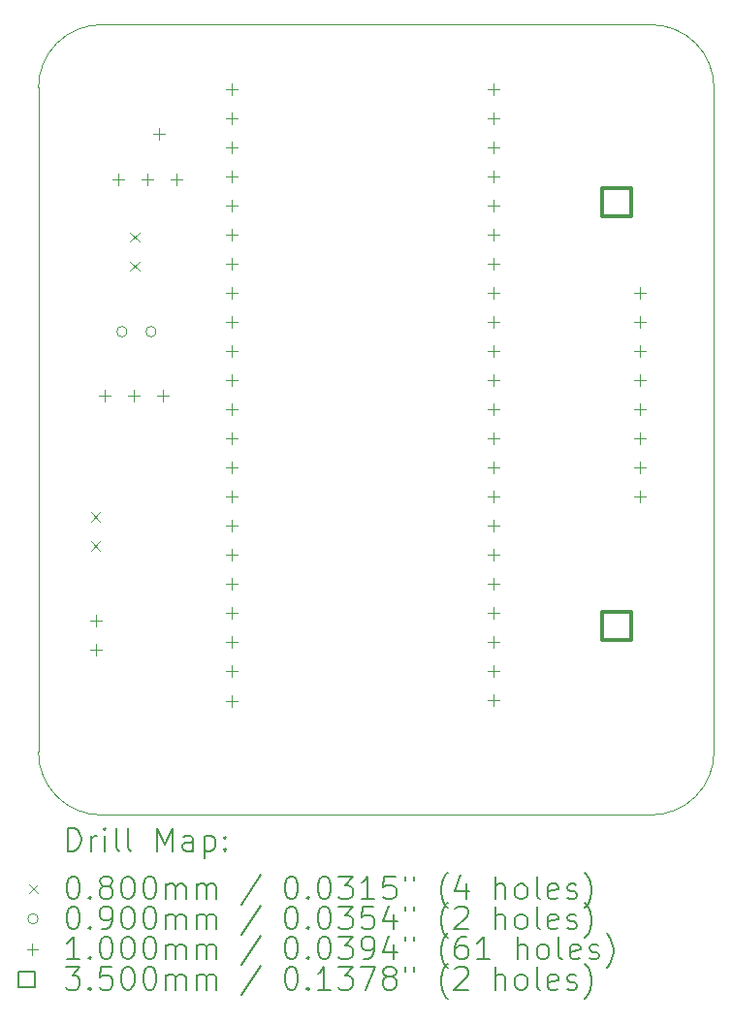
<source format=gbr>
%TF.GenerationSoftware,KiCad,Pcbnew,8.0.5-8.0.5-0~ubuntu22.04.1*%
%TF.CreationDate,2024-09-10T12:38:14+10:00*%
%TF.ProjectId,Fire_Sytem_10,46697265-5f53-4797-9465-6d5f31302e6b,rev?*%
%TF.SameCoordinates,Original*%
%TF.FileFunction,Drillmap*%
%TF.FilePolarity,Positive*%
%FSLAX45Y45*%
G04 Gerber Fmt 4.5, Leading zero omitted, Abs format (unit mm)*
G04 Created by KiCad (PCBNEW 8.0.5-8.0.5-0~ubuntu22.04.1) date 2024-09-10 12:38:14*
%MOMM*%
%LPD*%
G01*
G04 APERTURE LIST*
%ADD10C,0.050000*%
%ADD11C,0.200000*%
%ADD12C,0.100000*%
%ADD13C,0.350000*%
G04 APERTURE END LIST*
D10*
X15500000Y-6950000D02*
X15800000Y-6950000D01*
X16350000Y-13300000D02*
G75*
G02*
X15800000Y-13850000I-550000J0D01*
G01*
X11000000Y-13850000D02*
G75*
G02*
X10450000Y-13300000I0J550000D01*
G01*
X16350000Y-7500000D02*
X16350000Y-13300000D01*
X10450000Y-7500000D02*
X10450000Y-13300000D01*
X15800000Y-13850000D02*
X11000000Y-13850000D01*
X10450000Y-7500000D02*
G75*
G02*
X11000000Y-6950000I550000J0D01*
G01*
X11000000Y-6950000D02*
X15500000Y-6950000D01*
X15800000Y-6950000D02*
G75*
G02*
X16350000Y-7500000I0J-550000D01*
G01*
D11*
D12*
X10910000Y-11206000D02*
X10990000Y-11286000D01*
X10990000Y-11206000D02*
X10910000Y-11286000D01*
X10910000Y-11460000D02*
X10990000Y-11540000D01*
X10990000Y-11460000D02*
X10910000Y-11540000D01*
X11250000Y-8765500D02*
X11330000Y-8845500D01*
X11330000Y-8765500D02*
X11250000Y-8845500D01*
X11250000Y-9019500D02*
X11330000Y-9099500D01*
X11330000Y-9019500D02*
X11250000Y-9099500D01*
X11225000Y-9630000D02*
G75*
G02*
X11135000Y-9630000I-45000J0D01*
G01*
X11135000Y-9630000D02*
G75*
G02*
X11225000Y-9630000I45000J0D01*
G01*
X11479000Y-9630000D02*
G75*
G02*
X11389000Y-9630000I-45000J0D01*
G01*
X11389000Y-9630000D02*
G75*
G02*
X11479000Y-9630000I45000J0D01*
G01*
X10950000Y-12100000D02*
X10950000Y-12200000D01*
X10900000Y-12150000D02*
X11000000Y-12150000D01*
X10950000Y-12354000D02*
X10950000Y-12454000D01*
X10900000Y-12404000D02*
X11000000Y-12404000D01*
X11026000Y-10140000D02*
X11026000Y-10240000D01*
X10976000Y-10190000D02*
X11076000Y-10190000D01*
X11146000Y-8250000D02*
X11146000Y-8350000D01*
X11096000Y-8300000D02*
X11196000Y-8300000D01*
X11280000Y-10140000D02*
X11280000Y-10240000D01*
X11230000Y-10190000D02*
X11330000Y-10190000D01*
X11400000Y-8250000D02*
X11400000Y-8350000D01*
X11350000Y-8300000D02*
X11450000Y-8300000D01*
X11500000Y-7850000D02*
X11500000Y-7950000D01*
X11450000Y-7900000D02*
X11550000Y-7900000D01*
X11534000Y-10140000D02*
X11534000Y-10240000D01*
X11484000Y-10190000D02*
X11584000Y-10190000D01*
X11654000Y-8250000D02*
X11654000Y-8350000D01*
X11604000Y-8300000D02*
X11704000Y-8300000D01*
X12138000Y-12544000D02*
X12138000Y-12644000D01*
X12088000Y-12594000D02*
X12188000Y-12594000D01*
X12139000Y-7464000D02*
X12139000Y-7564000D01*
X12089000Y-7514000D02*
X12189000Y-7514000D01*
X12139000Y-7718000D02*
X12139000Y-7818000D01*
X12089000Y-7768000D02*
X12189000Y-7768000D01*
X12139000Y-7972000D02*
X12139000Y-8072000D01*
X12089000Y-8022000D02*
X12189000Y-8022000D01*
X12139000Y-8226000D02*
X12139000Y-8326000D01*
X12089000Y-8276000D02*
X12189000Y-8276000D01*
X12139000Y-8480000D02*
X12139000Y-8580000D01*
X12089000Y-8530000D02*
X12189000Y-8530000D01*
X12139000Y-8734000D02*
X12139000Y-8834000D01*
X12089000Y-8784000D02*
X12189000Y-8784000D01*
X12139000Y-8988000D02*
X12139000Y-9088000D01*
X12089000Y-9038000D02*
X12189000Y-9038000D01*
X12139000Y-9242000D02*
X12139000Y-9342000D01*
X12089000Y-9292000D02*
X12189000Y-9292000D01*
X12139000Y-9496000D02*
X12139000Y-9596000D01*
X12089000Y-9546000D02*
X12189000Y-9546000D01*
X12139000Y-9750000D02*
X12139000Y-9850000D01*
X12089000Y-9800000D02*
X12189000Y-9800000D01*
X12139000Y-10004000D02*
X12139000Y-10104000D01*
X12089000Y-10054000D02*
X12189000Y-10054000D01*
X12139000Y-10258000D02*
X12139000Y-10358000D01*
X12089000Y-10308000D02*
X12189000Y-10308000D01*
X12139000Y-10512000D02*
X12139000Y-10612000D01*
X12089000Y-10562000D02*
X12189000Y-10562000D01*
X12139000Y-10766000D02*
X12139000Y-10866000D01*
X12089000Y-10816000D02*
X12189000Y-10816000D01*
X12139000Y-11020000D02*
X12139000Y-11120000D01*
X12089000Y-11070000D02*
X12189000Y-11070000D01*
X12139000Y-11274000D02*
X12139000Y-11374000D01*
X12089000Y-11324000D02*
X12189000Y-11324000D01*
X12139000Y-11528000D02*
X12139000Y-11628000D01*
X12089000Y-11578000D02*
X12189000Y-11578000D01*
X12139000Y-11782000D02*
X12139000Y-11882000D01*
X12089000Y-11832000D02*
X12189000Y-11832000D01*
X12139000Y-12036000D02*
X12139000Y-12136000D01*
X12089000Y-12086000D02*
X12189000Y-12086000D01*
X12139000Y-12290000D02*
X12139000Y-12390000D01*
X12089000Y-12340000D02*
X12189000Y-12340000D01*
X12139000Y-12804000D02*
X12139000Y-12904000D01*
X12089000Y-12854000D02*
X12189000Y-12854000D01*
X14425000Y-7464000D02*
X14425000Y-7564000D01*
X14375000Y-7514000D02*
X14475000Y-7514000D01*
X14425000Y-7718000D02*
X14425000Y-7818000D01*
X14375000Y-7768000D02*
X14475000Y-7768000D01*
X14425000Y-7972000D02*
X14425000Y-8072000D01*
X14375000Y-8022000D02*
X14475000Y-8022000D01*
X14425000Y-8226000D02*
X14425000Y-8326000D01*
X14375000Y-8276000D02*
X14475000Y-8276000D01*
X14425000Y-8480000D02*
X14425000Y-8580000D01*
X14375000Y-8530000D02*
X14475000Y-8530000D01*
X14425000Y-8734000D02*
X14425000Y-8834000D01*
X14375000Y-8784000D02*
X14475000Y-8784000D01*
X14425000Y-8988000D02*
X14425000Y-9088000D01*
X14375000Y-9038000D02*
X14475000Y-9038000D01*
X14425000Y-9242000D02*
X14425000Y-9342000D01*
X14375000Y-9292000D02*
X14475000Y-9292000D01*
X14425000Y-9496000D02*
X14425000Y-9596000D01*
X14375000Y-9546000D02*
X14475000Y-9546000D01*
X14425000Y-9750000D02*
X14425000Y-9850000D01*
X14375000Y-9800000D02*
X14475000Y-9800000D01*
X14425000Y-10004000D02*
X14425000Y-10104000D01*
X14375000Y-10054000D02*
X14475000Y-10054000D01*
X14425000Y-10258000D02*
X14425000Y-10358000D01*
X14375000Y-10308000D02*
X14475000Y-10308000D01*
X14425000Y-10512000D02*
X14425000Y-10612000D01*
X14375000Y-10562000D02*
X14475000Y-10562000D01*
X14425000Y-10766000D02*
X14425000Y-10866000D01*
X14375000Y-10816000D02*
X14475000Y-10816000D01*
X14425000Y-11020000D02*
X14425000Y-11120000D01*
X14375000Y-11070000D02*
X14475000Y-11070000D01*
X14425000Y-11274000D02*
X14425000Y-11374000D01*
X14375000Y-11324000D02*
X14475000Y-11324000D01*
X14425000Y-11528000D02*
X14425000Y-11628000D01*
X14375000Y-11578000D02*
X14475000Y-11578000D01*
X14425000Y-11782000D02*
X14425000Y-11882000D01*
X14375000Y-11832000D02*
X14475000Y-11832000D01*
X14425000Y-12036000D02*
X14425000Y-12136000D01*
X14375000Y-12086000D02*
X14475000Y-12086000D01*
X14425000Y-12290000D02*
X14425000Y-12390000D01*
X14375000Y-12340000D02*
X14475000Y-12340000D01*
X14425000Y-12544000D02*
X14425000Y-12644000D01*
X14375000Y-12594000D02*
X14475000Y-12594000D01*
X14425000Y-12798000D02*
X14425000Y-12898000D01*
X14375000Y-12848000D02*
X14475000Y-12848000D01*
X15700000Y-9238000D02*
X15700000Y-9338000D01*
X15650000Y-9288000D02*
X15750000Y-9288000D01*
X15700000Y-9492000D02*
X15700000Y-9592000D01*
X15650000Y-9542000D02*
X15750000Y-9542000D01*
X15700000Y-9746000D02*
X15700000Y-9846000D01*
X15650000Y-9796000D02*
X15750000Y-9796000D01*
X15700000Y-10000000D02*
X15700000Y-10100000D01*
X15650000Y-10050000D02*
X15750000Y-10050000D01*
X15700000Y-10254000D02*
X15700000Y-10354000D01*
X15650000Y-10304000D02*
X15750000Y-10304000D01*
X15700000Y-10508000D02*
X15700000Y-10608000D01*
X15650000Y-10558000D02*
X15750000Y-10558000D01*
X15700000Y-10762000D02*
X15700000Y-10862000D01*
X15650000Y-10812000D02*
X15750000Y-10812000D01*
X15700000Y-11016000D02*
X15700000Y-11116000D01*
X15650000Y-11066000D02*
X15750000Y-11066000D01*
D13*
X15623745Y-8623745D02*
X15623745Y-8376255D01*
X15376255Y-8376255D01*
X15376255Y-8623745D01*
X15623745Y-8623745D01*
X15623745Y-12323745D02*
X15623745Y-12076255D01*
X15376255Y-12076255D01*
X15376255Y-12323745D01*
X15623745Y-12323745D01*
D11*
X10708277Y-14163984D02*
X10708277Y-13963984D01*
X10708277Y-13963984D02*
X10755896Y-13963984D01*
X10755896Y-13963984D02*
X10784467Y-13973508D01*
X10784467Y-13973508D02*
X10803515Y-13992555D01*
X10803515Y-13992555D02*
X10813039Y-14011603D01*
X10813039Y-14011603D02*
X10822563Y-14049698D01*
X10822563Y-14049698D02*
X10822563Y-14078269D01*
X10822563Y-14078269D02*
X10813039Y-14116365D01*
X10813039Y-14116365D02*
X10803515Y-14135412D01*
X10803515Y-14135412D02*
X10784467Y-14154460D01*
X10784467Y-14154460D02*
X10755896Y-14163984D01*
X10755896Y-14163984D02*
X10708277Y-14163984D01*
X10908277Y-14163984D02*
X10908277Y-14030650D01*
X10908277Y-14068746D02*
X10917801Y-14049698D01*
X10917801Y-14049698D02*
X10927324Y-14040174D01*
X10927324Y-14040174D02*
X10946372Y-14030650D01*
X10946372Y-14030650D02*
X10965420Y-14030650D01*
X11032086Y-14163984D02*
X11032086Y-14030650D01*
X11032086Y-13963984D02*
X11022563Y-13973508D01*
X11022563Y-13973508D02*
X11032086Y-13983031D01*
X11032086Y-13983031D02*
X11041610Y-13973508D01*
X11041610Y-13973508D02*
X11032086Y-13963984D01*
X11032086Y-13963984D02*
X11032086Y-13983031D01*
X11155896Y-14163984D02*
X11136848Y-14154460D01*
X11136848Y-14154460D02*
X11127324Y-14135412D01*
X11127324Y-14135412D02*
X11127324Y-13963984D01*
X11260658Y-14163984D02*
X11241610Y-14154460D01*
X11241610Y-14154460D02*
X11232086Y-14135412D01*
X11232086Y-14135412D02*
X11232086Y-13963984D01*
X11489229Y-14163984D02*
X11489229Y-13963984D01*
X11489229Y-13963984D02*
X11555896Y-14106841D01*
X11555896Y-14106841D02*
X11622562Y-13963984D01*
X11622562Y-13963984D02*
X11622562Y-14163984D01*
X11803515Y-14163984D02*
X11803515Y-14059222D01*
X11803515Y-14059222D02*
X11793991Y-14040174D01*
X11793991Y-14040174D02*
X11774943Y-14030650D01*
X11774943Y-14030650D02*
X11736848Y-14030650D01*
X11736848Y-14030650D02*
X11717801Y-14040174D01*
X11803515Y-14154460D02*
X11784467Y-14163984D01*
X11784467Y-14163984D02*
X11736848Y-14163984D01*
X11736848Y-14163984D02*
X11717801Y-14154460D01*
X11717801Y-14154460D02*
X11708277Y-14135412D01*
X11708277Y-14135412D02*
X11708277Y-14116365D01*
X11708277Y-14116365D02*
X11717801Y-14097317D01*
X11717801Y-14097317D02*
X11736848Y-14087793D01*
X11736848Y-14087793D02*
X11784467Y-14087793D01*
X11784467Y-14087793D02*
X11803515Y-14078269D01*
X11898753Y-14030650D02*
X11898753Y-14230650D01*
X11898753Y-14040174D02*
X11917801Y-14030650D01*
X11917801Y-14030650D02*
X11955896Y-14030650D01*
X11955896Y-14030650D02*
X11974943Y-14040174D01*
X11974943Y-14040174D02*
X11984467Y-14049698D01*
X11984467Y-14049698D02*
X11993991Y-14068746D01*
X11993991Y-14068746D02*
X11993991Y-14125888D01*
X11993991Y-14125888D02*
X11984467Y-14144936D01*
X11984467Y-14144936D02*
X11974943Y-14154460D01*
X11974943Y-14154460D02*
X11955896Y-14163984D01*
X11955896Y-14163984D02*
X11917801Y-14163984D01*
X11917801Y-14163984D02*
X11898753Y-14154460D01*
X12079705Y-14144936D02*
X12089229Y-14154460D01*
X12089229Y-14154460D02*
X12079705Y-14163984D01*
X12079705Y-14163984D02*
X12070182Y-14154460D01*
X12070182Y-14154460D02*
X12079705Y-14144936D01*
X12079705Y-14144936D02*
X12079705Y-14163984D01*
X12079705Y-14040174D02*
X12089229Y-14049698D01*
X12089229Y-14049698D02*
X12079705Y-14059222D01*
X12079705Y-14059222D02*
X12070182Y-14049698D01*
X12070182Y-14049698D02*
X12079705Y-14040174D01*
X12079705Y-14040174D02*
X12079705Y-14059222D01*
D12*
X10367500Y-14452500D02*
X10447500Y-14532500D01*
X10447500Y-14452500D02*
X10367500Y-14532500D01*
D11*
X10746372Y-14383984D02*
X10765420Y-14383984D01*
X10765420Y-14383984D02*
X10784467Y-14393508D01*
X10784467Y-14393508D02*
X10793991Y-14403031D01*
X10793991Y-14403031D02*
X10803515Y-14422079D01*
X10803515Y-14422079D02*
X10813039Y-14460174D01*
X10813039Y-14460174D02*
X10813039Y-14507793D01*
X10813039Y-14507793D02*
X10803515Y-14545888D01*
X10803515Y-14545888D02*
X10793991Y-14564936D01*
X10793991Y-14564936D02*
X10784467Y-14574460D01*
X10784467Y-14574460D02*
X10765420Y-14583984D01*
X10765420Y-14583984D02*
X10746372Y-14583984D01*
X10746372Y-14583984D02*
X10727324Y-14574460D01*
X10727324Y-14574460D02*
X10717801Y-14564936D01*
X10717801Y-14564936D02*
X10708277Y-14545888D01*
X10708277Y-14545888D02*
X10698753Y-14507793D01*
X10698753Y-14507793D02*
X10698753Y-14460174D01*
X10698753Y-14460174D02*
X10708277Y-14422079D01*
X10708277Y-14422079D02*
X10717801Y-14403031D01*
X10717801Y-14403031D02*
X10727324Y-14393508D01*
X10727324Y-14393508D02*
X10746372Y-14383984D01*
X10898753Y-14564936D02*
X10908277Y-14574460D01*
X10908277Y-14574460D02*
X10898753Y-14583984D01*
X10898753Y-14583984D02*
X10889229Y-14574460D01*
X10889229Y-14574460D02*
X10898753Y-14564936D01*
X10898753Y-14564936D02*
X10898753Y-14583984D01*
X11022563Y-14469698D02*
X11003515Y-14460174D01*
X11003515Y-14460174D02*
X10993991Y-14450650D01*
X10993991Y-14450650D02*
X10984467Y-14431603D01*
X10984467Y-14431603D02*
X10984467Y-14422079D01*
X10984467Y-14422079D02*
X10993991Y-14403031D01*
X10993991Y-14403031D02*
X11003515Y-14393508D01*
X11003515Y-14393508D02*
X11022563Y-14383984D01*
X11022563Y-14383984D02*
X11060658Y-14383984D01*
X11060658Y-14383984D02*
X11079705Y-14393508D01*
X11079705Y-14393508D02*
X11089229Y-14403031D01*
X11089229Y-14403031D02*
X11098753Y-14422079D01*
X11098753Y-14422079D02*
X11098753Y-14431603D01*
X11098753Y-14431603D02*
X11089229Y-14450650D01*
X11089229Y-14450650D02*
X11079705Y-14460174D01*
X11079705Y-14460174D02*
X11060658Y-14469698D01*
X11060658Y-14469698D02*
X11022563Y-14469698D01*
X11022563Y-14469698D02*
X11003515Y-14479222D01*
X11003515Y-14479222D02*
X10993991Y-14488746D01*
X10993991Y-14488746D02*
X10984467Y-14507793D01*
X10984467Y-14507793D02*
X10984467Y-14545888D01*
X10984467Y-14545888D02*
X10993991Y-14564936D01*
X10993991Y-14564936D02*
X11003515Y-14574460D01*
X11003515Y-14574460D02*
X11022563Y-14583984D01*
X11022563Y-14583984D02*
X11060658Y-14583984D01*
X11060658Y-14583984D02*
X11079705Y-14574460D01*
X11079705Y-14574460D02*
X11089229Y-14564936D01*
X11089229Y-14564936D02*
X11098753Y-14545888D01*
X11098753Y-14545888D02*
X11098753Y-14507793D01*
X11098753Y-14507793D02*
X11089229Y-14488746D01*
X11089229Y-14488746D02*
X11079705Y-14479222D01*
X11079705Y-14479222D02*
X11060658Y-14469698D01*
X11222562Y-14383984D02*
X11241610Y-14383984D01*
X11241610Y-14383984D02*
X11260658Y-14393508D01*
X11260658Y-14393508D02*
X11270182Y-14403031D01*
X11270182Y-14403031D02*
X11279705Y-14422079D01*
X11279705Y-14422079D02*
X11289229Y-14460174D01*
X11289229Y-14460174D02*
X11289229Y-14507793D01*
X11289229Y-14507793D02*
X11279705Y-14545888D01*
X11279705Y-14545888D02*
X11270182Y-14564936D01*
X11270182Y-14564936D02*
X11260658Y-14574460D01*
X11260658Y-14574460D02*
X11241610Y-14583984D01*
X11241610Y-14583984D02*
X11222562Y-14583984D01*
X11222562Y-14583984D02*
X11203515Y-14574460D01*
X11203515Y-14574460D02*
X11193991Y-14564936D01*
X11193991Y-14564936D02*
X11184467Y-14545888D01*
X11184467Y-14545888D02*
X11174944Y-14507793D01*
X11174944Y-14507793D02*
X11174944Y-14460174D01*
X11174944Y-14460174D02*
X11184467Y-14422079D01*
X11184467Y-14422079D02*
X11193991Y-14403031D01*
X11193991Y-14403031D02*
X11203515Y-14393508D01*
X11203515Y-14393508D02*
X11222562Y-14383984D01*
X11413039Y-14383984D02*
X11432086Y-14383984D01*
X11432086Y-14383984D02*
X11451134Y-14393508D01*
X11451134Y-14393508D02*
X11460658Y-14403031D01*
X11460658Y-14403031D02*
X11470182Y-14422079D01*
X11470182Y-14422079D02*
X11479705Y-14460174D01*
X11479705Y-14460174D02*
X11479705Y-14507793D01*
X11479705Y-14507793D02*
X11470182Y-14545888D01*
X11470182Y-14545888D02*
X11460658Y-14564936D01*
X11460658Y-14564936D02*
X11451134Y-14574460D01*
X11451134Y-14574460D02*
X11432086Y-14583984D01*
X11432086Y-14583984D02*
X11413039Y-14583984D01*
X11413039Y-14583984D02*
X11393991Y-14574460D01*
X11393991Y-14574460D02*
X11384467Y-14564936D01*
X11384467Y-14564936D02*
X11374943Y-14545888D01*
X11374943Y-14545888D02*
X11365420Y-14507793D01*
X11365420Y-14507793D02*
X11365420Y-14460174D01*
X11365420Y-14460174D02*
X11374943Y-14422079D01*
X11374943Y-14422079D02*
X11384467Y-14403031D01*
X11384467Y-14403031D02*
X11393991Y-14393508D01*
X11393991Y-14393508D02*
X11413039Y-14383984D01*
X11565420Y-14583984D02*
X11565420Y-14450650D01*
X11565420Y-14469698D02*
X11574943Y-14460174D01*
X11574943Y-14460174D02*
X11593991Y-14450650D01*
X11593991Y-14450650D02*
X11622563Y-14450650D01*
X11622563Y-14450650D02*
X11641610Y-14460174D01*
X11641610Y-14460174D02*
X11651134Y-14479222D01*
X11651134Y-14479222D02*
X11651134Y-14583984D01*
X11651134Y-14479222D02*
X11660658Y-14460174D01*
X11660658Y-14460174D02*
X11679705Y-14450650D01*
X11679705Y-14450650D02*
X11708277Y-14450650D01*
X11708277Y-14450650D02*
X11727324Y-14460174D01*
X11727324Y-14460174D02*
X11736848Y-14479222D01*
X11736848Y-14479222D02*
X11736848Y-14583984D01*
X11832086Y-14583984D02*
X11832086Y-14450650D01*
X11832086Y-14469698D02*
X11841610Y-14460174D01*
X11841610Y-14460174D02*
X11860658Y-14450650D01*
X11860658Y-14450650D02*
X11889229Y-14450650D01*
X11889229Y-14450650D02*
X11908277Y-14460174D01*
X11908277Y-14460174D02*
X11917801Y-14479222D01*
X11917801Y-14479222D02*
X11917801Y-14583984D01*
X11917801Y-14479222D02*
X11927324Y-14460174D01*
X11927324Y-14460174D02*
X11946372Y-14450650D01*
X11946372Y-14450650D02*
X11974943Y-14450650D01*
X11974943Y-14450650D02*
X11993991Y-14460174D01*
X11993991Y-14460174D02*
X12003515Y-14479222D01*
X12003515Y-14479222D02*
X12003515Y-14583984D01*
X12393991Y-14374460D02*
X12222563Y-14631603D01*
X12651134Y-14383984D02*
X12670182Y-14383984D01*
X12670182Y-14383984D02*
X12689229Y-14393508D01*
X12689229Y-14393508D02*
X12698753Y-14403031D01*
X12698753Y-14403031D02*
X12708277Y-14422079D01*
X12708277Y-14422079D02*
X12717801Y-14460174D01*
X12717801Y-14460174D02*
X12717801Y-14507793D01*
X12717801Y-14507793D02*
X12708277Y-14545888D01*
X12708277Y-14545888D02*
X12698753Y-14564936D01*
X12698753Y-14564936D02*
X12689229Y-14574460D01*
X12689229Y-14574460D02*
X12670182Y-14583984D01*
X12670182Y-14583984D02*
X12651134Y-14583984D01*
X12651134Y-14583984D02*
X12632086Y-14574460D01*
X12632086Y-14574460D02*
X12622563Y-14564936D01*
X12622563Y-14564936D02*
X12613039Y-14545888D01*
X12613039Y-14545888D02*
X12603515Y-14507793D01*
X12603515Y-14507793D02*
X12603515Y-14460174D01*
X12603515Y-14460174D02*
X12613039Y-14422079D01*
X12613039Y-14422079D02*
X12622563Y-14403031D01*
X12622563Y-14403031D02*
X12632086Y-14393508D01*
X12632086Y-14393508D02*
X12651134Y-14383984D01*
X12803515Y-14564936D02*
X12813039Y-14574460D01*
X12813039Y-14574460D02*
X12803515Y-14583984D01*
X12803515Y-14583984D02*
X12793991Y-14574460D01*
X12793991Y-14574460D02*
X12803515Y-14564936D01*
X12803515Y-14564936D02*
X12803515Y-14583984D01*
X12936848Y-14383984D02*
X12955896Y-14383984D01*
X12955896Y-14383984D02*
X12974944Y-14393508D01*
X12974944Y-14393508D02*
X12984467Y-14403031D01*
X12984467Y-14403031D02*
X12993991Y-14422079D01*
X12993991Y-14422079D02*
X13003515Y-14460174D01*
X13003515Y-14460174D02*
X13003515Y-14507793D01*
X13003515Y-14507793D02*
X12993991Y-14545888D01*
X12993991Y-14545888D02*
X12984467Y-14564936D01*
X12984467Y-14564936D02*
X12974944Y-14574460D01*
X12974944Y-14574460D02*
X12955896Y-14583984D01*
X12955896Y-14583984D02*
X12936848Y-14583984D01*
X12936848Y-14583984D02*
X12917801Y-14574460D01*
X12917801Y-14574460D02*
X12908277Y-14564936D01*
X12908277Y-14564936D02*
X12898753Y-14545888D01*
X12898753Y-14545888D02*
X12889229Y-14507793D01*
X12889229Y-14507793D02*
X12889229Y-14460174D01*
X12889229Y-14460174D02*
X12898753Y-14422079D01*
X12898753Y-14422079D02*
X12908277Y-14403031D01*
X12908277Y-14403031D02*
X12917801Y-14393508D01*
X12917801Y-14393508D02*
X12936848Y-14383984D01*
X13070182Y-14383984D02*
X13193991Y-14383984D01*
X13193991Y-14383984D02*
X13127325Y-14460174D01*
X13127325Y-14460174D02*
X13155896Y-14460174D01*
X13155896Y-14460174D02*
X13174944Y-14469698D01*
X13174944Y-14469698D02*
X13184467Y-14479222D01*
X13184467Y-14479222D02*
X13193991Y-14498269D01*
X13193991Y-14498269D02*
X13193991Y-14545888D01*
X13193991Y-14545888D02*
X13184467Y-14564936D01*
X13184467Y-14564936D02*
X13174944Y-14574460D01*
X13174944Y-14574460D02*
X13155896Y-14583984D01*
X13155896Y-14583984D02*
X13098753Y-14583984D01*
X13098753Y-14583984D02*
X13079706Y-14574460D01*
X13079706Y-14574460D02*
X13070182Y-14564936D01*
X13384467Y-14583984D02*
X13270182Y-14583984D01*
X13327325Y-14583984D02*
X13327325Y-14383984D01*
X13327325Y-14383984D02*
X13308277Y-14412555D01*
X13308277Y-14412555D02*
X13289229Y-14431603D01*
X13289229Y-14431603D02*
X13270182Y-14441127D01*
X13565420Y-14383984D02*
X13470182Y-14383984D01*
X13470182Y-14383984D02*
X13460658Y-14479222D01*
X13460658Y-14479222D02*
X13470182Y-14469698D01*
X13470182Y-14469698D02*
X13489229Y-14460174D01*
X13489229Y-14460174D02*
X13536848Y-14460174D01*
X13536848Y-14460174D02*
X13555896Y-14469698D01*
X13555896Y-14469698D02*
X13565420Y-14479222D01*
X13565420Y-14479222D02*
X13574944Y-14498269D01*
X13574944Y-14498269D02*
X13574944Y-14545888D01*
X13574944Y-14545888D02*
X13565420Y-14564936D01*
X13565420Y-14564936D02*
X13555896Y-14574460D01*
X13555896Y-14574460D02*
X13536848Y-14583984D01*
X13536848Y-14583984D02*
X13489229Y-14583984D01*
X13489229Y-14583984D02*
X13470182Y-14574460D01*
X13470182Y-14574460D02*
X13460658Y-14564936D01*
X13651134Y-14383984D02*
X13651134Y-14422079D01*
X13727325Y-14383984D02*
X13727325Y-14422079D01*
X14022563Y-14660174D02*
X14013039Y-14650650D01*
X14013039Y-14650650D02*
X13993991Y-14622079D01*
X13993991Y-14622079D02*
X13984468Y-14603031D01*
X13984468Y-14603031D02*
X13974944Y-14574460D01*
X13974944Y-14574460D02*
X13965420Y-14526841D01*
X13965420Y-14526841D02*
X13965420Y-14488746D01*
X13965420Y-14488746D02*
X13974944Y-14441127D01*
X13974944Y-14441127D02*
X13984468Y-14412555D01*
X13984468Y-14412555D02*
X13993991Y-14393508D01*
X13993991Y-14393508D02*
X14013039Y-14364936D01*
X14013039Y-14364936D02*
X14022563Y-14355412D01*
X14184468Y-14450650D02*
X14184468Y-14583984D01*
X14136848Y-14374460D02*
X14089229Y-14517317D01*
X14089229Y-14517317D02*
X14213039Y-14517317D01*
X14441610Y-14583984D02*
X14441610Y-14383984D01*
X14527325Y-14583984D02*
X14527325Y-14479222D01*
X14527325Y-14479222D02*
X14517801Y-14460174D01*
X14517801Y-14460174D02*
X14498753Y-14450650D01*
X14498753Y-14450650D02*
X14470182Y-14450650D01*
X14470182Y-14450650D02*
X14451134Y-14460174D01*
X14451134Y-14460174D02*
X14441610Y-14469698D01*
X14651134Y-14583984D02*
X14632087Y-14574460D01*
X14632087Y-14574460D02*
X14622563Y-14564936D01*
X14622563Y-14564936D02*
X14613039Y-14545888D01*
X14613039Y-14545888D02*
X14613039Y-14488746D01*
X14613039Y-14488746D02*
X14622563Y-14469698D01*
X14622563Y-14469698D02*
X14632087Y-14460174D01*
X14632087Y-14460174D02*
X14651134Y-14450650D01*
X14651134Y-14450650D02*
X14679706Y-14450650D01*
X14679706Y-14450650D02*
X14698753Y-14460174D01*
X14698753Y-14460174D02*
X14708277Y-14469698D01*
X14708277Y-14469698D02*
X14717801Y-14488746D01*
X14717801Y-14488746D02*
X14717801Y-14545888D01*
X14717801Y-14545888D02*
X14708277Y-14564936D01*
X14708277Y-14564936D02*
X14698753Y-14574460D01*
X14698753Y-14574460D02*
X14679706Y-14583984D01*
X14679706Y-14583984D02*
X14651134Y-14583984D01*
X14832087Y-14583984D02*
X14813039Y-14574460D01*
X14813039Y-14574460D02*
X14803515Y-14555412D01*
X14803515Y-14555412D02*
X14803515Y-14383984D01*
X14984468Y-14574460D02*
X14965420Y-14583984D01*
X14965420Y-14583984D02*
X14927325Y-14583984D01*
X14927325Y-14583984D02*
X14908277Y-14574460D01*
X14908277Y-14574460D02*
X14898753Y-14555412D01*
X14898753Y-14555412D02*
X14898753Y-14479222D01*
X14898753Y-14479222D02*
X14908277Y-14460174D01*
X14908277Y-14460174D02*
X14927325Y-14450650D01*
X14927325Y-14450650D02*
X14965420Y-14450650D01*
X14965420Y-14450650D02*
X14984468Y-14460174D01*
X14984468Y-14460174D02*
X14993991Y-14479222D01*
X14993991Y-14479222D02*
X14993991Y-14498269D01*
X14993991Y-14498269D02*
X14898753Y-14517317D01*
X15070182Y-14574460D02*
X15089230Y-14583984D01*
X15089230Y-14583984D02*
X15127325Y-14583984D01*
X15127325Y-14583984D02*
X15146372Y-14574460D01*
X15146372Y-14574460D02*
X15155896Y-14555412D01*
X15155896Y-14555412D02*
X15155896Y-14545888D01*
X15155896Y-14545888D02*
X15146372Y-14526841D01*
X15146372Y-14526841D02*
X15127325Y-14517317D01*
X15127325Y-14517317D02*
X15098753Y-14517317D01*
X15098753Y-14517317D02*
X15079706Y-14507793D01*
X15079706Y-14507793D02*
X15070182Y-14488746D01*
X15070182Y-14488746D02*
X15070182Y-14479222D01*
X15070182Y-14479222D02*
X15079706Y-14460174D01*
X15079706Y-14460174D02*
X15098753Y-14450650D01*
X15098753Y-14450650D02*
X15127325Y-14450650D01*
X15127325Y-14450650D02*
X15146372Y-14460174D01*
X15222563Y-14660174D02*
X15232087Y-14650650D01*
X15232087Y-14650650D02*
X15251134Y-14622079D01*
X15251134Y-14622079D02*
X15260658Y-14603031D01*
X15260658Y-14603031D02*
X15270182Y-14574460D01*
X15270182Y-14574460D02*
X15279706Y-14526841D01*
X15279706Y-14526841D02*
X15279706Y-14488746D01*
X15279706Y-14488746D02*
X15270182Y-14441127D01*
X15270182Y-14441127D02*
X15260658Y-14412555D01*
X15260658Y-14412555D02*
X15251134Y-14393508D01*
X15251134Y-14393508D02*
X15232087Y-14364936D01*
X15232087Y-14364936D02*
X15222563Y-14355412D01*
D12*
X10447500Y-14756500D02*
G75*
G02*
X10357500Y-14756500I-45000J0D01*
G01*
X10357500Y-14756500D02*
G75*
G02*
X10447500Y-14756500I45000J0D01*
G01*
D11*
X10746372Y-14647984D02*
X10765420Y-14647984D01*
X10765420Y-14647984D02*
X10784467Y-14657508D01*
X10784467Y-14657508D02*
X10793991Y-14667031D01*
X10793991Y-14667031D02*
X10803515Y-14686079D01*
X10803515Y-14686079D02*
X10813039Y-14724174D01*
X10813039Y-14724174D02*
X10813039Y-14771793D01*
X10813039Y-14771793D02*
X10803515Y-14809888D01*
X10803515Y-14809888D02*
X10793991Y-14828936D01*
X10793991Y-14828936D02*
X10784467Y-14838460D01*
X10784467Y-14838460D02*
X10765420Y-14847984D01*
X10765420Y-14847984D02*
X10746372Y-14847984D01*
X10746372Y-14847984D02*
X10727324Y-14838460D01*
X10727324Y-14838460D02*
X10717801Y-14828936D01*
X10717801Y-14828936D02*
X10708277Y-14809888D01*
X10708277Y-14809888D02*
X10698753Y-14771793D01*
X10698753Y-14771793D02*
X10698753Y-14724174D01*
X10698753Y-14724174D02*
X10708277Y-14686079D01*
X10708277Y-14686079D02*
X10717801Y-14667031D01*
X10717801Y-14667031D02*
X10727324Y-14657508D01*
X10727324Y-14657508D02*
X10746372Y-14647984D01*
X10898753Y-14828936D02*
X10908277Y-14838460D01*
X10908277Y-14838460D02*
X10898753Y-14847984D01*
X10898753Y-14847984D02*
X10889229Y-14838460D01*
X10889229Y-14838460D02*
X10898753Y-14828936D01*
X10898753Y-14828936D02*
X10898753Y-14847984D01*
X11003515Y-14847984D02*
X11041610Y-14847984D01*
X11041610Y-14847984D02*
X11060658Y-14838460D01*
X11060658Y-14838460D02*
X11070182Y-14828936D01*
X11070182Y-14828936D02*
X11089229Y-14800365D01*
X11089229Y-14800365D02*
X11098753Y-14762269D01*
X11098753Y-14762269D02*
X11098753Y-14686079D01*
X11098753Y-14686079D02*
X11089229Y-14667031D01*
X11089229Y-14667031D02*
X11079705Y-14657508D01*
X11079705Y-14657508D02*
X11060658Y-14647984D01*
X11060658Y-14647984D02*
X11022563Y-14647984D01*
X11022563Y-14647984D02*
X11003515Y-14657508D01*
X11003515Y-14657508D02*
X10993991Y-14667031D01*
X10993991Y-14667031D02*
X10984467Y-14686079D01*
X10984467Y-14686079D02*
X10984467Y-14733698D01*
X10984467Y-14733698D02*
X10993991Y-14752746D01*
X10993991Y-14752746D02*
X11003515Y-14762269D01*
X11003515Y-14762269D02*
X11022563Y-14771793D01*
X11022563Y-14771793D02*
X11060658Y-14771793D01*
X11060658Y-14771793D02*
X11079705Y-14762269D01*
X11079705Y-14762269D02*
X11089229Y-14752746D01*
X11089229Y-14752746D02*
X11098753Y-14733698D01*
X11222562Y-14647984D02*
X11241610Y-14647984D01*
X11241610Y-14647984D02*
X11260658Y-14657508D01*
X11260658Y-14657508D02*
X11270182Y-14667031D01*
X11270182Y-14667031D02*
X11279705Y-14686079D01*
X11279705Y-14686079D02*
X11289229Y-14724174D01*
X11289229Y-14724174D02*
X11289229Y-14771793D01*
X11289229Y-14771793D02*
X11279705Y-14809888D01*
X11279705Y-14809888D02*
X11270182Y-14828936D01*
X11270182Y-14828936D02*
X11260658Y-14838460D01*
X11260658Y-14838460D02*
X11241610Y-14847984D01*
X11241610Y-14847984D02*
X11222562Y-14847984D01*
X11222562Y-14847984D02*
X11203515Y-14838460D01*
X11203515Y-14838460D02*
X11193991Y-14828936D01*
X11193991Y-14828936D02*
X11184467Y-14809888D01*
X11184467Y-14809888D02*
X11174944Y-14771793D01*
X11174944Y-14771793D02*
X11174944Y-14724174D01*
X11174944Y-14724174D02*
X11184467Y-14686079D01*
X11184467Y-14686079D02*
X11193991Y-14667031D01*
X11193991Y-14667031D02*
X11203515Y-14657508D01*
X11203515Y-14657508D02*
X11222562Y-14647984D01*
X11413039Y-14647984D02*
X11432086Y-14647984D01*
X11432086Y-14647984D02*
X11451134Y-14657508D01*
X11451134Y-14657508D02*
X11460658Y-14667031D01*
X11460658Y-14667031D02*
X11470182Y-14686079D01*
X11470182Y-14686079D02*
X11479705Y-14724174D01*
X11479705Y-14724174D02*
X11479705Y-14771793D01*
X11479705Y-14771793D02*
X11470182Y-14809888D01*
X11470182Y-14809888D02*
X11460658Y-14828936D01*
X11460658Y-14828936D02*
X11451134Y-14838460D01*
X11451134Y-14838460D02*
X11432086Y-14847984D01*
X11432086Y-14847984D02*
X11413039Y-14847984D01*
X11413039Y-14847984D02*
X11393991Y-14838460D01*
X11393991Y-14838460D02*
X11384467Y-14828936D01*
X11384467Y-14828936D02*
X11374943Y-14809888D01*
X11374943Y-14809888D02*
X11365420Y-14771793D01*
X11365420Y-14771793D02*
X11365420Y-14724174D01*
X11365420Y-14724174D02*
X11374943Y-14686079D01*
X11374943Y-14686079D02*
X11384467Y-14667031D01*
X11384467Y-14667031D02*
X11393991Y-14657508D01*
X11393991Y-14657508D02*
X11413039Y-14647984D01*
X11565420Y-14847984D02*
X11565420Y-14714650D01*
X11565420Y-14733698D02*
X11574943Y-14724174D01*
X11574943Y-14724174D02*
X11593991Y-14714650D01*
X11593991Y-14714650D02*
X11622563Y-14714650D01*
X11622563Y-14714650D02*
X11641610Y-14724174D01*
X11641610Y-14724174D02*
X11651134Y-14743222D01*
X11651134Y-14743222D02*
X11651134Y-14847984D01*
X11651134Y-14743222D02*
X11660658Y-14724174D01*
X11660658Y-14724174D02*
X11679705Y-14714650D01*
X11679705Y-14714650D02*
X11708277Y-14714650D01*
X11708277Y-14714650D02*
X11727324Y-14724174D01*
X11727324Y-14724174D02*
X11736848Y-14743222D01*
X11736848Y-14743222D02*
X11736848Y-14847984D01*
X11832086Y-14847984D02*
X11832086Y-14714650D01*
X11832086Y-14733698D02*
X11841610Y-14724174D01*
X11841610Y-14724174D02*
X11860658Y-14714650D01*
X11860658Y-14714650D02*
X11889229Y-14714650D01*
X11889229Y-14714650D02*
X11908277Y-14724174D01*
X11908277Y-14724174D02*
X11917801Y-14743222D01*
X11917801Y-14743222D02*
X11917801Y-14847984D01*
X11917801Y-14743222D02*
X11927324Y-14724174D01*
X11927324Y-14724174D02*
X11946372Y-14714650D01*
X11946372Y-14714650D02*
X11974943Y-14714650D01*
X11974943Y-14714650D02*
X11993991Y-14724174D01*
X11993991Y-14724174D02*
X12003515Y-14743222D01*
X12003515Y-14743222D02*
X12003515Y-14847984D01*
X12393991Y-14638460D02*
X12222563Y-14895603D01*
X12651134Y-14647984D02*
X12670182Y-14647984D01*
X12670182Y-14647984D02*
X12689229Y-14657508D01*
X12689229Y-14657508D02*
X12698753Y-14667031D01*
X12698753Y-14667031D02*
X12708277Y-14686079D01*
X12708277Y-14686079D02*
X12717801Y-14724174D01*
X12717801Y-14724174D02*
X12717801Y-14771793D01*
X12717801Y-14771793D02*
X12708277Y-14809888D01*
X12708277Y-14809888D02*
X12698753Y-14828936D01*
X12698753Y-14828936D02*
X12689229Y-14838460D01*
X12689229Y-14838460D02*
X12670182Y-14847984D01*
X12670182Y-14847984D02*
X12651134Y-14847984D01*
X12651134Y-14847984D02*
X12632086Y-14838460D01*
X12632086Y-14838460D02*
X12622563Y-14828936D01*
X12622563Y-14828936D02*
X12613039Y-14809888D01*
X12613039Y-14809888D02*
X12603515Y-14771793D01*
X12603515Y-14771793D02*
X12603515Y-14724174D01*
X12603515Y-14724174D02*
X12613039Y-14686079D01*
X12613039Y-14686079D02*
X12622563Y-14667031D01*
X12622563Y-14667031D02*
X12632086Y-14657508D01*
X12632086Y-14657508D02*
X12651134Y-14647984D01*
X12803515Y-14828936D02*
X12813039Y-14838460D01*
X12813039Y-14838460D02*
X12803515Y-14847984D01*
X12803515Y-14847984D02*
X12793991Y-14838460D01*
X12793991Y-14838460D02*
X12803515Y-14828936D01*
X12803515Y-14828936D02*
X12803515Y-14847984D01*
X12936848Y-14647984D02*
X12955896Y-14647984D01*
X12955896Y-14647984D02*
X12974944Y-14657508D01*
X12974944Y-14657508D02*
X12984467Y-14667031D01*
X12984467Y-14667031D02*
X12993991Y-14686079D01*
X12993991Y-14686079D02*
X13003515Y-14724174D01*
X13003515Y-14724174D02*
X13003515Y-14771793D01*
X13003515Y-14771793D02*
X12993991Y-14809888D01*
X12993991Y-14809888D02*
X12984467Y-14828936D01*
X12984467Y-14828936D02*
X12974944Y-14838460D01*
X12974944Y-14838460D02*
X12955896Y-14847984D01*
X12955896Y-14847984D02*
X12936848Y-14847984D01*
X12936848Y-14847984D02*
X12917801Y-14838460D01*
X12917801Y-14838460D02*
X12908277Y-14828936D01*
X12908277Y-14828936D02*
X12898753Y-14809888D01*
X12898753Y-14809888D02*
X12889229Y-14771793D01*
X12889229Y-14771793D02*
X12889229Y-14724174D01*
X12889229Y-14724174D02*
X12898753Y-14686079D01*
X12898753Y-14686079D02*
X12908277Y-14667031D01*
X12908277Y-14667031D02*
X12917801Y-14657508D01*
X12917801Y-14657508D02*
X12936848Y-14647984D01*
X13070182Y-14647984D02*
X13193991Y-14647984D01*
X13193991Y-14647984D02*
X13127325Y-14724174D01*
X13127325Y-14724174D02*
X13155896Y-14724174D01*
X13155896Y-14724174D02*
X13174944Y-14733698D01*
X13174944Y-14733698D02*
X13184467Y-14743222D01*
X13184467Y-14743222D02*
X13193991Y-14762269D01*
X13193991Y-14762269D02*
X13193991Y-14809888D01*
X13193991Y-14809888D02*
X13184467Y-14828936D01*
X13184467Y-14828936D02*
X13174944Y-14838460D01*
X13174944Y-14838460D02*
X13155896Y-14847984D01*
X13155896Y-14847984D02*
X13098753Y-14847984D01*
X13098753Y-14847984D02*
X13079706Y-14838460D01*
X13079706Y-14838460D02*
X13070182Y-14828936D01*
X13374944Y-14647984D02*
X13279706Y-14647984D01*
X13279706Y-14647984D02*
X13270182Y-14743222D01*
X13270182Y-14743222D02*
X13279706Y-14733698D01*
X13279706Y-14733698D02*
X13298753Y-14724174D01*
X13298753Y-14724174D02*
X13346372Y-14724174D01*
X13346372Y-14724174D02*
X13365420Y-14733698D01*
X13365420Y-14733698D02*
X13374944Y-14743222D01*
X13374944Y-14743222D02*
X13384467Y-14762269D01*
X13384467Y-14762269D02*
X13384467Y-14809888D01*
X13384467Y-14809888D02*
X13374944Y-14828936D01*
X13374944Y-14828936D02*
X13365420Y-14838460D01*
X13365420Y-14838460D02*
X13346372Y-14847984D01*
X13346372Y-14847984D02*
X13298753Y-14847984D01*
X13298753Y-14847984D02*
X13279706Y-14838460D01*
X13279706Y-14838460D02*
X13270182Y-14828936D01*
X13555896Y-14714650D02*
X13555896Y-14847984D01*
X13508277Y-14638460D02*
X13460658Y-14781317D01*
X13460658Y-14781317D02*
X13584467Y-14781317D01*
X13651134Y-14647984D02*
X13651134Y-14686079D01*
X13727325Y-14647984D02*
X13727325Y-14686079D01*
X14022563Y-14924174D02*
X14013039Y-14914650D01*
X14013039Y-14914650D02*
X13993991Y-14886079D01*
X13993991Y-14886079D02*
X13984468Y-14867031D01*
X13984468Y-14867031D02*
X13974944Y-14838460D01*
X13974944Y-14838460D02*
X13965420Y-14790841D01*
X13965420Y-14790841D02*
X13965420Y-14752746D01*
X13965420Y-14752746D02*
X13974944Y-14705127D01*
X13974944Y-14705127D02*
X13984468Y-14676555D01*
X13984468Y-14676555D02*
X13993991Y-14657508D01*
X13993991Y-14657508D02*
X14013039Y-14628936D01*
X14013039Y-14628936D02*
X14022563Y-14619412D01*
X14089229Y-14667031D02*
X14098753Y-14657508D01*
X14098753Y-14657508D02*
X14117801Y-14647984D01*
X14117801Y-14647984D02*
X14165420Y-14647984D01*
X14165420Y-14647984D02*
X14184468Y-14657508D01*
X14184468Y-14657508D02*
X14193991Y-14667031D01*
X14193991Y-14667031D02*
X14203515Y-14686079D01*
X14203515Y-14686079D02*
X14203515Y-14705127D01*
X14203515Y-14705127D02*
X14193991Y-14733698D01*
X14193991Y-14733698D02*
X14079706Y-14847984D01*
X14079706Y-14847984D02*
X14203515Y-14847984D01*
X14441610Y-14847984D02*
X14441610Y-14647984D01*
X14527325Y-14847984D02*
X14527325Y-14743222D01*
X14527325Y-14743222D02*
X14517801Y-14724174D01*
X14517801Y-14724174D02*
X14498753Y-14714650D01*
X14498753Y-14714650D02*
X14470182Y-14714650D01*
X14470182Y-14714650D02*
X14451134Y-14724174D01*
X14451134Y-14724174D02*
X14441610Y-14733698D01*
X14651134Y-14847984D02*
X14632087Y-14838460D01*
X14632087Y-14838460D02*
X14622563Y-14828936D01*
X14622563Y-14828936D02*
X14613039Y-14809888D01*
X14613039Y-14809888D02*
X14613039Y-14752746D01*
X14613039Y-14752746D02*
X14622563Y-14733698D01*
X14622563Y-14733698D02*
X14632087Y-14724174D01*
X14632087Y-14724174D02*
X14651134Y-14714650D01*
X14651134Y-14714650D02*
X14679706Y-14714650D01*
X14679706Y-14714650D02*
X14698753Y-14724174D01*
X14698753Y-14724174D02*
X14708277Y-14733698D01*
X14708277Y-14733698D02*
X14717801Y-14752746D01*
X14717801Y-14752746D02*
X14717801Y-14809888D01*
X14717801Y-14809888D02*
X14708277Y-14828936D01*
X14708277Y-14828936D02*
X14698753Y-14838460D01*
X14698753Y-14838460D02*
X14679706Y-14847984D01*
X14679706Y-14847984D02*
X14651134Y-14847984D01*
X14832087Y-14847984D02*
X14813039Y-14838460D01*
X14813039Y-14838460D02*
X14803515Y-14819412D01*
X14803515Y-14819412D02*
X14803515Y-14647984D01*
X14984468Y-14838460D02*
X14965420Y-14847984D01*
X14965420Y-14847984D02*
X14927325Y-14847984D01*
X14927325Y-14847984D02*
X14908277Y-14838460D01*
X14908277Y-14838460D02*
X14898753Y-14819412D01*
X14898753Y-14819412D02*
X14898753Y-14743222D01*
X14898753Y-14743222D02*
X14908277Y-14724174D01*
X14908277Y-14724174D02*
X14927325Y-14714650D01*
X14927325Y-14714650D02*
X14965420Y-14714650D01*
X14965420Y-14714650D02*
X14984468Y-14724174D01*
X14984468Y-14724174D02*
X14993991Y-14743222D01*
X14993991Y-14743222D02*
X14993991Y-14762269D01*
X14993991Y-14762269D02*
X14898753Y-14781317D01*
X15070182Y-14838460D02*
X15089230Y-14847984D01*
X15089230Y-14847984D02*
X15127325Y-14847984D01*
X15127325Y-14847984D02*
X15146372Y-14838460D01*
X15146372Y-14838460D02*
X15155896Y-14819412D01*
X15155896Y-14819412D02*
X15155896Y-14809888D01*
X15155896Y-14809888D02*
X15146372Y-14790841D01*
X15146372Y-14790841D02*
X15127325Y-14781317D01*
X15127325Y-14781317D02*
X15098753Y-14781317D01*
X15098753Y-14781317D02*
X15079706Y-14771793D01*
X15079706Y-14771793D02*
X15070182Y-14752746D01*
X15070182Y-14752746D02*
X15070182Y-14743222D01*
X15070182Y-14743222D02*
X15079706Y-14724174D01*
X15079706Y-14724174D02*
X15098753Y-14714650D01*
X15098753Y-14714650D02*
X15127325Y-14714650D01*
X15127325Y-14714650D02*
X15146372Y-14724174D01*
X15222563Y-14924174D02*
X15232087Y-14914650D01*
X15232087Y-14914650D02*
X15251134Y-14886079D01*
X15251134Y-14886079D02*
X15260658Y-14867031D01*
X15260658Y-14867031D02*
X15270182Y-14838460D01*
X15270182Y-14838460D02*
X15279706Y-14790841D01*
X15279706Y-14790841D02*
X15279706Y-14752746D01*
X15279706Y-14752746D02*
X15270182Y-14705127D01*
X15270182Y-14705127D02*
X15260658Y-14676555D01*
X15260658Y-14676555D02*
X15251134Y-14657508D01*
X15251134Y-14657508D02*
X15232087Y-14628936D01*
X15232087Y-14628936D02*
X15222563Y-14619412D01*
D12*
X10397500Y-14970500D02*
X10397500Y-15070500D01*
X10347500Y-15020500D02*
X10447500Y-15020500D01*
D11*
X10813039Y-15111984D02*
X10698753Y-15111984D01*
X10755896Y-15111984D02*
X10755896Y-14911984D01*
X10755896Y-14911984D02*
X10736848Y-14940555D01*
X10736848Y-14940555D02*
X10717801Y-14959603D01*
X10717801Y-14959603D02*
X10698753Y-14969127D01*
X10898753Y-15092936D02*
X10908277Y-15102460D01*
X10908277Y-15102460D02*
X10898753Y-15111984D01*
X10898753Y-15111984D02*
X10889229Y-15102460D01*
X10889229Y-15102460D02*
X10898753Y-15092936D01*
X10898753Y-15092936D02*
X10898753Y-15111984D01*
X11032086Y-14911984D02*
X11051134Y-14911984D01*
X11051134Y-14911984D02*
X11070182Y-14921508D01*
X11070182Y-14921508D02*
X11079705Y-14931031D01*
X11079705Y-14931031D02*
X11089229Y-14950079D01*
X11089229Y-14950079D02*
X11098753Y-14988174D01*
X11098753Y-14988174D02*
X11098753Y-15035793D01*
X11098753Y-15035793D02*
X11089229Y-15073888D01*
X11089229Y-15073888D02*
X11079705Y-15092936D01*
X11079705Y-15092936D02*
X11070182Y-15102460D01*
X11070182Y-15102460D02*
X11051134Y-15111984D01*
X11051134Y-15111984D02*
X11032086Y-15111984D01*
X11032086Y-15111984D02*
X11013039Y-15102460D01*
X11013039Y-15102460D02*
X11003515Y-15092936D01*
X11003515Y-15092936D02*
X10993991Y-15073888D01*
X10993991Y-15073888D02*
X10984467Y-15035793D01*
X10984467Y-15035793D02*
X10984467Y-14988174D01*
X10984467Y-14988174D02*
X10993991Y-14950079D01*
X10993991Y-14950079D02*
X11003515Y-14931031D01*
X11003515Y-14931031D02*
X11013039Y-14921508D01*
X11013039Y-14921508D02*
X11032086Y-14911984D01*
X11222562Y-14911984D02*
X11241610Y-14911984D01*
X11241610Y-14911984D02*
X11260658Y-14921508D01*
X11260658Y-14921508D02*
X11270182Y-14931031D01*
X11270182Y-14931031D02*
X11279705Y-14950079D01*
X11279705Y-14950079D02*
X11289229Y-14988174D01*
X11289229Y-14988174D02*
X11289229Y-15035793D01*
X11289229Y-15035793D02*
X11279705Y-15073888D01*
X11279705Y-15073888D02*
X11270182Y-15092936D01*
X11270182Y-15092936D02*
X11260658Y-15102460D01*
X11260658Y-15102460D02*
X11241610Y-15111984D01*
X11241610Y-15111984D02*
X11222562Y-15111984D01*
X11222562Y-15111984D02*
X11203515Y-15102460D01*
X11203515Y-15102460D02*
X11193991Y-15092936D01*
X11193991Y-15092936D02*
X11184467Y-15073888D01*
X11184467Y-15073888D02*
X11174944Y-15035793D01*
X11174944Y-15035793D02*
X11174944Y-14988174D01*
X11174944Y-14988174D02*
X11184467Y-14950079D01*
X11184467Y-14950079D02*
X11193991Y-14931031D01*
X11193991Y-14931031D02*
X11203515Y-14921508D01*
X11203515Y-14921508D02*
X11222562Y-14911984D01*
X11413039Y-14911984D02*
X11432086Y-14911984D01*
X11432086Y-14911984D02*
X11451134Y-14921508D01*
X11451134Y-14921508D02*
X11460658Y-14931031D01*
X11460658Y-14931031D02*
X11470182Y-14950079D01*
X11470182Y-14950079D02*
X11479705Y-14988174D01*
X11479705Y-14988174D02*
X11479705Y-15035793D01*
X11479705Y-15035793D02*
X11470182Y-15073888D01*
X11470182Y-15073888D02*
X11460658Y-15092936D01*
X11460658Y-15092936D02*
X11451134Y-15102460D01*
X11451134Y-15102460D02*
X11432086Y-15111984D01*
X11432086Y-15111984D02*
X11413039Y-15111984D01*
X11413039Y-15111984D02*
X11393991Y-15102460D01*
X11393991Y-15102460D02*
X11384467Y-15092936D01*
X11384467Y-15092936D02*
X11374943Y-15073888D01*
X11374943Y-15073888D02*
X11365420Y-15035793D01*
X11365420Y-15035793D02*
X11365420Y-14988174D01*
X11365420Y-14988174D02*
X11374943Y-14950079D01*
X11374943Y-14950079D02*
X11384467Y-14931031D01*
X11384467Y-14931031D02*
X11393991Y-14921508D01*
X11393991Y-14921508D02*
X11413039Y-14911984D01*
X11565420Y-15111984D02*
X11565420Y-14978650D01*
X11565420Y-14997698D02*
X11574943Y-14988174D01*
X11574943Y-14988174D02*
X11593991Y-14978650D01*
X11593991Y-14978650D02*
X11622563Y-14978650D01*
X11622563Y-14978650D02*
X11641610Y-14988174D01*
X11641610Y-14988174D02*
X11651134Y-15007222D01*
X11651134Y-15007222D02*
X11651134Y-15111984D01*
X11651134Y-15007222D02*
X11660658Y-14988174D01*
X11660658Y-14988174D02*
X11679705Y-14978650D01*
X11679705Y-14978650D02*
X11708277Y-14978650D01*
X11708277Y-14978650D02*
X11727324Y-14988174D01*
X11727324Y-14988174D02*
X11736848Y-15007222D01*
X11736848Y-15007222D02*
X11736848Y-15111984D01*
X11832086Y-15111984D02*
X11832086Y-14978650D01*
X11832086Y-14997698D02*
X11841610Y-14988174D01*
X11841610Y-14988174D02*
X11860658Y-14978650D01*
X11860658Y-14978650D02*
X11889229Y-14978650D01*
X11889229Y-14978650D02*
X11908277Y-14988174D01*
X11908277Y-14988174D02*
X11917801Y-15007222D01*
X11917801Y-15007222D02*
X11917801Y-15111984D01*
X11917801Y-15007222D02*
X11927324Y-14988174D01*
X11927324Y-14988174D02*
X11946372Y-14978650D01*
X11946372Y-14978650D02*
X11974943Y-14978650D01*
X11974943Y-14978650D02*
X11993991Y-14988174D01*
X11993991Y-14988174D02*
X12003515Y-15007222D01*
X12003515Y-15007222D02*
X12003515Y-15111984D01*
X12393991Y-14902460D02*
X12222563Y-15159603D01*
X12651134Y-14911984D02*
X12670182Y-14911984D01*
X12670182Y-14911984D02*
X12689229Y-14921508D01*
X12689229Y-14921508D02*
X12698753Y-14931031D01*
X12698753Y-14931031D02*
X12708277Y-14950079D01*
X12708277Y-14950079D02*
X12717801Y-14988174D01*
X12717801Y-14988174D02*
X12717801Y-15035793D01*
X12717801Y-15035793D02*
X12708277Y-15073888D01*
X12708277Y-15073888D02*
X12698753Y-15092936D01*
X12698753Y-15092936D02*
X12689229Y-15102460D01*
X12689229Y-15102460D02*
X12670182Y-15111984D01*
X12670182Y-15111984D02*
X12651134Y-15111984D01*
X12651134Y-15111984D02*
X12632086Y-15102460D01*
X12632086Y-15102460D02*
X12622563Y-15092936D01*
X12622563Y-15092936D02*
X12613039Y-15073888D01*
X12613039Y-15073888D02*
X12603515Y-15035793D01*
X12603515Y-15035793D02*
X12603515Y-14988174D01*
X12603515Y-14988174D02*
X12613039Y-14950079D01*
X12613039Y-14950079D02*
X12622563Y-14931031D01*
X12622563Y-14931031D02*
X12632086Y-14921508D01*
X12632086Y-14921508D02*
X12651134Y-14911984D01*
X12803515Y-15092936D02*
X12813039Y-15102460D01*
X12813039Y-15102460D02*
X12803515Y-15111984D01*
X12803515Y-15111984D02*
X12793991Y-15102460D01*
X12793991Y-15102460D02*
X12803515Y-15092936D01*
X12803515Y-15092936D02*
X12803515Y-15111984D01*
X12936848Y-14911984D02*
X12955896Y-14911984D01*
X12955896Y-14911984D02*
X12974944Y-14921508D01*
X12974944Y-14921508D02*
X12984467Y-14931031D01*
X12984467Y-14931031D02*
X12993991Y-14950079D01*
X12993991Y-14950079D02*
X13003515Y-14988174D01*
X13003515Y-14988174D02*
X13003515Y-15035793D01*
X13003515Y-15035793D02*
X12993991Y-15073888D01*
X12993991Y-15073888D02*
X12984467Y-15092936D01*
X12984467Y-15092936D02*
X12974944Y-15102460D01*
X12974944Y-15102460D02*
X12955896Y-15111984D01*
X12955896Y-15111984D02*
X12936848Y-15111984D01*
X12936848Y-15111984D02*
X12917801Y-15102460D01*
X12917801Y-15102460D02*
X12908277Y-15092936D01*
X12908277Y-15092936D02*
X12898753Y-15073888D01*
X12898753Y-15073888D02*
X12889229Y-15035793D01*
X12889229Y-15035793D02*
X12889229Y-14988174D01*
X12889229Y-14988174D02*
X12898753Y-14950079D01*
X12898753Y-14950079D02*
X12908277Y-14931031D01*
X12908277Y-14931031D02*
X12917801Y-14921508D01*
X12917801Y-14921508D02*
X12936848Y-14911984D01*
X13070182Y-14911984D02*
X13193991Y-14911984D01*
X13193991Y-14911984D02*
X13127325Y-14988174D01*
X13127325Y-14988174D02*
X13155896Y-14988174D01*
X13155896Y-14988174D02*
X13174944Y-14997698D01*
X13174944Y-14997698D02*
X13184467Y-15007222D01*
X13184467Y-15007222D02*
X13193991Y-15026269D01*
X13193991Y-15026269D02*
X13193991Y-15073888D01*
X13193991Y-15073888D02*
X13184467Y-15092936D01*
X13184467Y-15092936D02*
X13174944Y-15102460D01*
X13174944Y-15102460D02*
X13155896Y-15111984D01*
X13155896Y-15111984D02*
X13098753Y-15111984D01*
X13098753Y-15111984D02*
X13079706Y-15102460D01*
X13079706Y-15102460D02*
X13070182Y-15092936D01*
X13289229Y-15111984D02*
X13327325Y-15111984D01*
X13327325Y-15111984D02*
X13346372Y-15102460D01*
X13346372Y-15102460D02*
X13355896Y-15092936D01*
X13355896Y-15092936D02*
X13374944Y-15064365D01*
X13374944Y-15064365D02*
X13384467Y-15026269D01*
X13384467Y-15026269D02*
X13384467Y-14950079D01*
X13384467Y-14950079D02*
X13374944Y-14931031D01*
X13374944Y-14931031D02*
X13365420Y-14921508D01*
X13365420Y-14921508D02*
X13346372Y-14911984D01*
X13346372Y-14911984D02*
X13308277Y-14911984D01*
X13308277Y-14911984D02*
X13289229Y-14921508D01*
X13289229Y-14921508D02*
X13279706Y-14931031D01*
X13279706Y-14931031D02*
X13270182Y-14950079D01*
X13270182Y-14950079D02*
X13270182Y-14997698D01*
X13270182Y-14997698D02*
X13279706Y-15016746D01*
X13279706Y-15016746D02*
X13289229Y-15026269D01*
X13289229Y-15026269D02*
X13308277Y-15035793D01*
X13308277Y-15035793D02*
X13346372Y-15035793D01*
X13346372Y-15035793D02*
X13365420Y-15026269D01*
X13365420Y-15026269D02*
X13374944Y-15016746D01*
X13374944Y-15016746D02*
X13384467Y-14997698D01*
X13555896Y-14978650D02*
X13555896Y-15111984D01*
X13508277Y-14902460D02*
X13460658Y-15045317D01*
X13460658Y-15045317D02*
X13584467Y-15045317D01*
X13651134Y-14911984D02*
X13651134Y-14950079D01*
X13727325Y-14911984D02*
X13727325Y-14950079D01*
X14022563Y-15188174D02*
X14013039Y-15178650D01*
X14013039Y-15178650D02*
X13993991Y-15150079D01*
X13993991Y-15150079D02*
X13984468Y-15131031D01*
X13984468Y-15131031D02*
X13974944Y-15102460D01*
X13974944Y-15102460D02*
X13965420Y-15054841D01*
X13965420Y-15054841D02*
X13965420Y-15016746D01*
X13965420Y-15016746D02*
X13974944Y-14969127D01*
X13974944Y-14969127D02*
X13984468Y-14940555D01*
X13984468Y-14940555D02*
X13993991Y-14921508D01*
X13993991Y-14921508D02*
X14013039Y-14892936D01*
X14013039Y-14892936D02*
X14022563Y-14883412D01*
X14184468Y-14911984D02*
X14146372Y-14911984D01*
X14146372Y-14911984D02*
X14127325Y-14921508D01*
X14127325Y-14921508D02*
X14117801Y-14931031D01*
X14117801Y-14931031D02*
X14098753Y-14959603D01*
X14098753Y-14959603D02*
X14089229Y-14997698D01*
X14089229Y-14997698D02*
X14089229Y-15073888D01*
X14089229Y-15073888D02*
X14098753Y-15092936D01*
X14098753Y-15092936D02*
X14108277Y-15102460D01*
X14108277Y-15102460D02*
X14127325Y-15111984D01*
X14127325Y-15111984D02*
X14165420Y-15111984D01*
X14165420Y-15111984D02*
X14184468Y-15102460D01*
X14184468Y-15102460D02*
X14193991Y-15092936D01*
X14193991Y-15092936D02*
X14203515Y-15073888D01*
X14203515Y-15073888D02*
X14203515Y-15026269D01*
X14203515Y-15026269D02*
X14193991Y-15007222D01*
X14193991Y-15007222D02*
X14184468Y-14997698D01*
X14184468Y-14997698D02*
X14165420Y-14988174D01*
X14165420Y-14988174D02*
X14127325Y-14988174D01*
X14127325Y-14988174D02*
X14108277Y-14997698D01*
X14108277Y-14997698D02*
X14098753Y-15007222D01*
X14098753Y-15007222D02*
X14089229Y-15026269D01*
X14393991Y-15111984D02*
X14279706Y-15111984D01*
X14336848Y-15111984D02*
X14336848Y-14911984D01*
X14336848Y-14911984D02*
X14317801Y-14940555D01*
X14317801Y-14940555D02*
X14298753Y-14959603D01*
X14298753Y-14959603D02*
X14279706Y-14969127D01*
X14632087Y-15111984D02*
X14632087Y-14911984D01*
X14717801Y-15111984D02*
X14717801Y-15007222D01*
X14717801Y-15007222D02*
X14708277Y-14988174D01*
X14708277Y-14988174D02*
X14689230Y-14978650D01*
X14689230Y-14978650D02*
X14660658Y-14978650D01*
X14660658Y-14978650D02*
X14641610Y-14988174D01*
X14641610Y-14988174D02*
X14632087Y-14997698D01*
X14841610Y-15111984D02*
X14822563Y-15102460D01*
X14822563Y-15102460D02*
X14813039Y-15092936D01*
X14813039Y-15092936D02*
X14803515Y-15073888D01*
X14803515Y-15073888D02*
X14803515Y-15016746D01*
X14803515Y-15016746D02*
X14813039Y-14997698D01*
X14813039Y-14997698D02*
X14822563Y-14988174D01*
X14822563Y-14988174D02*
X14841610Y-14978650D01*
X14841610Y-14978650D02*
X14870182Y-14978650D01*
X14870182Y-14978650D02*
X14889230Y-14988174D01*
X14889230Y-14988174D02*
X14898753Y-14997698D01*
X14898753Y-14997698D02*
X14908277Y-15016746D01*
X14908277Y-15016746D02*
X14908277Y-15073888D01*
X14908277Y-15073888D02*
X14898753Y-15092936D01*
X14898753Y-15092936D02*
X14889230Y-15102460D01*
X14889230Y-15102460D02*
X14870182Y-15111984D01*
X14870182Y-15111984D02*
X14841610Y-15111984D01*
X15022563Y-15111984D02*
X15003515Y-15102460D01*
X15003515Y-15102460D02*
X14993991Y-15083412D01*
X14993991Y-15083412D02*
X14993991Y-14911984D01*
X15174944Y-15102460D02*
X15155896Y-15111984D01*
X15155896Y-15111984D02*
X15117801Y-15111984D01*
X15117801Y-15111984D02*
X15098753Y-15102460D01*
X15098753Y-15102460D02*
X15089230Y-15083412D01*
X15089230Y-15083412D02*
X15089230Y-15007222D01*
X15089230Y-15007222D02*
X15098753Y-14988174D01*
X15098753Y-14988174D02*
X15117801Y-14978650D01*
X15117801Y-14978650D02*
X15155896Y-14978650D01*
X15155896Y-14978650D02*
X15174944Y-14988174D01*
X15174944Y-14988174D02*
X15184468Y-15007222D01*
X15184468Y-15007222D02*
X15184468Y-15026269D01*
X15184468Y-15026269D02*
X15089230Y-15045317D01*
X15260658Y-15102460D02*
X15279706Y-15111984D01*
X15279706Y-15111984D02*
X15317801Y-15111984D01*
X15317801Y-15111984D02*
X15336849Y-15102460D01*
X15336849Y-15102460D02*
X15346372Y-15083412D01*
X15346372Y-15083412D02*
X15346372Y-15073888D01*
X15346372Y-15073888D02*
X15336849Y-15054841D01*
X15336849Y-15054841D02*
X15317801Y-15045317D01*
X15317801Y-15045317D02*
X15289230Y-15045317D01*
X15289230Y-15045317D02*
X15270182Y-15035793D01*
X15270182Y-15035793D02*
X15260658Y-15016746D01*
X15260658Y-15016746D02*
X15260658Y-15007222D01*
X15260658Y-15007222D02*
X15270182Y-14988174D01*
X15270182Y-14988174D02*
X15289230Y-14978650D01*
X15289230Y-14978650D02*
X15317801Y-14978650D01*
X15317801Y-14978650D02*
X15336849Y-14988174D01*
X15413039Y-15188174D02*
X15422563Y-15178650D01*
X15422563Y-15178650D02*
X15441611Y-15150079D01*
X15441611Y-15150079D02*
X15451134Y-15131031D01*
X15451134Y-15131031D02*
X15460658Y-15102460D01*
X15460658Y-15102460D02*
X15470182Y-15054841D01*
X15470182Y-15054841D02*
X15470182Y-15016746D01*
X15470182Y-15016746D02*
X15460658Y-14969127D01*
X15460658Y-14969127D02*
X15451134Y-14940555D01*
X15451134Y-14940555D02*
X15441611Y-14921508D01*
X15441611Y-14921508D02*
X15422563Y-14892936D01*
X15422563Y-14892936D02*
X15413039Y-14883412D01*
X10418211Y-15355211D02*
X10418211Y-15213789D01*
X10276789Y-15213789D01*
X10276789Y-15355211D01*
X10418211Y-15355211D01*
X10689229Y-15175984D02*
X10813039Y-15175984D01*
X10813039Y-15175984D02*
X10746372Y-15252174D01*
X10746372Y-15252174D02*
X10774944Y-15252174D01*
X10774944Y-15252174D02*
X10793991Y-15261698D01*
X10793991Y-15261698D02*
X10803515Y-15271222D01*
X10803515Y-15271222D02*
X10813039Y-15290269D01*
X10813039Y-15290269D02*
X10813039Y-15337888D01*
X10813039Y-15337888D02*
X10803515Y-15356936D01*
X10803515Y-15356936D02*
X10793991Y-15366460D01*
X10793991Y-15366460D02*
X10774944Y-15375984D01*
X10774944Y-15375984D02*
X10717801Y-15375984D01*
X10717801Y-15375984D02*
X10698753Y-15366460D01*
X10698753Y-15366460D02*
X10689229Y-15356936D01*
X10898753Y-15356936D02*
X10908277Y-15366460D01*
X10908277Y-15366460D02*
X10898753Y-15375984D01*
X10898753Y-15375984D02*
X10889229Y-15366460D01*
X10889229Y-15366460D02*
X10898753Y-15356936D01*
X10898753Y-15356936D02*
X10898753Y-15375984D01*
X11089229Y-15175984D02*
X10993991Y-15175984D01*
X10993991Y-15175984D02*
X10984467Y-15271222D01*
X10984467Y-15271222D02*
X10993991Y-15261698D01*
X10993991Y-15261698D02*
X11013039Y-15252174D01*
X11013039Y-15252174D02*
X11060658Y-15252174D01*
X11060658Y-15252174D02*
X11079705Y-15261698D01*
X11079705Y-15261698D02*
X11089229Y-15271222D01*
X11089229Y-15271222D02*
X11098753Y-15290269D01*
X11098753Y-15290269D02*
X11098753Y-15337888D01*
X11098753Y-15337888D02*
X11089229Y-15356936D01*
X11089229Y-15356936D02*
X11079705Y-15366460D01*
X11079705Y-15366460D02*
X11060658Y-15375984D01*
X11060658Y-15375984D02*
X11013039Y-15375984D01*
X11013039Y-15375984D02*
X10993991Y-15366460D01*
X10993991Y-15366460D02*
X10984467Y-15356936D01*
X11222562Y-15175984D02*
X11241610Y-15175984D01*
X11241610Y-15175984D02*
X11260658Y-15185508D01*
X11260658Y-15185508D02*
X11270182Y-15195031D01*
X11270182Y-15195031D02*
X11279705Y-15214079D01*
X11279705Y-15214079D02*
X11289229Y-15252174D01*
X11289229Y-15252174D02*
X11289229Y-15299793D01*
X11289229Y-15299793D02*
X11279705Y-15337888D01*
X11279705Y-15337888D02*
X11270182Y-15356936D01*
X11270182Y-15356936D02*
X11260658Y-15366460D01*
X11260658Y-15366460D02*
X11241610Y-15375984D01*
X11241610Y-15375984D02*
X11222562Y-15375984D01*
X11222562Y-15375984D02*
X11203515Y-15366460D01*
X11203515Y-15366460D02*
X11193991Y-15356936D01*
X11193991Y-15356936D02*
X11184467Y-15337888D01*
X11184467Y-15337888D02*
X11174944Y-15299793D01*
X11174944Y-15299793D02*
X11174944Y-15252174D01*
X11174944Y-15252174D02*
X11184467Y-15214079D01*
X11184467Y-15214079D02*
X11193991Y-15195031D01*
X11193991Y-15195031D02*
X11203515Y-15185508D01*
X11203515Y-15185508D02*
X11222562Y-15175984D01*
X11413039Y-15175984D02*
X11432086Y-15175984D01*
X11432086Y-15175984D02*
X11451134Y-15185508D01*
X11451134Y-15185508D02*
X11460658Y-15195031D01*
X11460658Y-15195031D02*
X11470182Y-15214079D01*
X11470182Y-15214079D02*
X11479705Y-15252174D01*
X11479705Y-15252174D02*
X11479705Y-15299793D01*
X11479705Y-15299793D02*
X11470182Y-15337888D01*
X11470182Y-15337888D02*
X11460658Y-15356936D01*
X11460658Y-15356936D02*
X11451134Y-15366460D01*
X11451134Y-15366460D02*
X11432086Y-15375984D01*
X11432086Y-15375984D02*
X11413039Y-15375984D01*
X11413039Y-15375984D02*
X11393991Y-15366460D01*
X11393991Y-15366460D02*
X11384467Y-15356936D01*
X11384467Y-15356936D02*
X11374943Y-15337888D01*
X11374943Y-15337888D02*
X11365420Y-15299793D01*
X11365420Y-15299793D02*
X11365420Y-15252174D01*
X11365420Y-15252174D02*
X11374943Y-15214079D01*
X11374943Y-15214079D02*
X11384467Y-15195031D01*
X11384467Y-15195031D02*
X11393991Y-15185508D01*
X11393991Y-15185508D02*
X11413039Y-15175984D01*
X11565420Y-15375984D02*
X11565420Y-15242650D01*
X11565420Y-15261698D02*
X11574943Y-15252174D01*
X11574943Y-15252174D02*
X11593991Y-15242650D01*
X11593991Y-15242650D02*
X11622563Y-15242650D01*
X11622563Y-15242650D02*
X11641610Y-15252174D01*
X11641610Y-15252174D02*
X11651134Y-15271222D01*
X11651134Y-15271222D02*
X11651134Y-15375984D01*
X11651134Y-15271222D02*
X11660658Y-15252174D01*
X11660658Y-15252174D02*
X11679705Y-15242650D01*
X11679705Y-15242650D02*
X11708277Y-15242650D01*
X11708277Y-15242650D02*
X11727324Y-15252174D01*
X11727324Y-15252174D02*
X11736848Y-15271222D01*
X11736848Y-15271222D02*
X11736848Y-15375984D01*
X11832086Y-15375984D02*
X11832086Y-15242650D01*
X11832086Y-15261698D02*
X11841610Y-15252174D01*
X11841610Y-15252174D02*
X11860658Y-15242650D01*
X11860658Y-15242650D02*
X11889229Y-15242650D01*
X11889229Y-15242650D02*
X11908277Y-15252174D01*
X11908277Y-15252174D02*
X11917801Y-15271222D01*
X11917801Y-15271222D02*
X11917801Y-15375984D01*
X11917801Y-15271222D02*
X11927324Y-15252174D01*
X11927324Y-15252174D02*
X11946372Y-15242650D01*
X11946372Y-15242650D02*
X11974943Y-15242650D01*
X11974943Y-15242650D02*
X11993991Y-15252174D01*
X11993991Y-15252174D02*
X12003515Y-15271222D01*
X12003515Y-15271222D02*
X12003515Y-15375984D01*
X12393991Y-15166460D02*
X12222563Y-15423603D01*
X12651134Y-15175984D02*
X12670182Y-15175984D01*
X12670182Y-15175984D02*
X12689229Y-15185508D01*
X12689229Y-15185508D02*
X12698753Y-15195031D01*
X12698753Y-15195031D02*
X12708277Y-15214079D01*
X12708277Y-15214079D02*
X12717801Y-15252174D01*
X12717801Y-15252174D02*
X12717801Y-15299793D01*
X12717801Y-15299793D02*
X12708277Y-15337888D01*
X12708277Y-15337888D02*
X12698753Y-15356936D01*
X12698753Y-15356936D02*
X12689229Y-15366460D01*
X12689229Y-15366460D02*
X12670182Y-15375984D01*
X12670182Y-15375984D02*
X12651134Y-15375984D01*
X12651134Y-15375984D02*
X12632086Y-15366460D01*
X12632086Y-15366460D02*
X12622563Y-15356936D01*
X12622563Y-15356936D02*
X12613039Y-15337888D01*
X12613039Y-15337888D02*
X12603515Y-15299793D01*
X12603515Y-15299793D02*
X12603515Y-15252174D01*
X12603515Y-15252174D02*
X12613039Y-15214079D01*
X12613039Y-15214079D02*
X12622563Y-15195031D01*
X12622563Y-15195031D02*
X12632086Y-15185508D01*
X12632086Y-15185508D02*
X12651134Y-15175984D01*
X12803515Y-15356936D02*
X12813039Y-15366460D01*
X12813039Y-15366460D02*
X12803515Y-15375984D01*
X12803515Y-15375984D02*
X12793991Y-15366460D01*
X12793991Y-15366460D02*
X12803515Y-15356936D01*
X12803515Y-15356936D02*
X12803515Y-15375984D01*
X13003515Y-15375984D02*
X12889229Y-15375984D01*
X12946372Y-15375984D02*
X12946372Y-15175984D01*
X12946372Y-15175984D02*
X12927325Y-15204555D01*
X12927325Y-15204555D02*
X12908277Y-15223603D01*
X12908277Y-15223603D02*
X12889229Y-15233127D01*
X13070182Y-15175984D02*
X13193991Y-15175984D01*
X13193991Y-15175984D02*
X13127325Y-15252174D01*
X13127325Y-15252174D02*
X13155896Y-15252174D01*
X13155896Y-15252174D02*
X13174944Y-15261698D01*
X13174944Y-15261698D02*
X13184467Y-15271222D01*
X13184467Y-15271222D02*
X13193991Y-15290269D01*
X13193991Y-15290269D02*
X13193991Y-15337888D01*
X13193991Y-15337888D02*
X13184467Y-15356936D01*
X13184467Y-15356936D02*
X13174944Y-15366460D01*
X13174944Y-15366460D02*
X13155896Y-15375984D01*
X13155896Y-15375984D02*
X13098753Y-15375984D01*
X13098753Y-15375984D02*
X13079706Y-15366460D01*
X13079706Y-15366460D02*
X13070182Y-15356936D01*
X13260658Y-15175984D02*
X13393991Y-15175984D01*
X13393991Y-15175984D02*
X13308277Y-15375984D01*
X13498753Y-15261698D02*
X13479706Y-15252174D01*
X13479706Y-15252174D02*
X13470182Y-15242650D01*
X13470182Y-15242650D02*
X13460658Y-15223603D01*
X13460658Y-15223603D02*
X13460658Y-15214079D01*
X13460658Y-15214079D02*
X13470182Y-15195031D01*
X13470182Y-15195031D02*
X13479706Y-15185508D01*
X13479706Y-15185508D02*
X13498753Y-15175984D01*
X13498753Y-15175984D02*
X13536848Y-15175984D01*
X13536848Y-15175984D02*
X13555896Y-15185508D01*
X13555896Y-15185508D02*
X13565420Y-15195031D01*
X13565420Y-15195031D02*
X13574944Y-15214079D01*
X13574944Y-15214079D02*
X13574944Y-15223603D01*
X13574944Y-15223603D02*
X13565420Y-15242650D01*
X13565420Y-15242650D02*
X13555896Y-15252174D01*
X13555896Y-15252174D02*
X13536848Y-15261698D01*
X13536848Y-15261698D02*
X13498753Y-15261698D01*
X13498753Y-15261698D02*
X13479706Y-15271222D01*
X13479706Y-15271222D02*
X13470182Y-15280746D01*
X13470182Y-15280746D02*
X13460658Y-15299793D01*
X13460658Y-15299793D02*
X13460658Y-15337888D01*
X13460658Y-15337888D02*
X13470182Y-15356936D01*
X13470182Y-15356936D02*
X13479706Y-15366460D01*
X13479706Y-15366460D02*
X13498753Y-15375984D01*
X13498753Y-15375984D02*
X13536848Y-15375984D01*
X13536848Y-15375984D02*
X13555896Y-15366460D01*
X13555896Y-15366460D02*
X13565420Y-15356936D01*
X13565420Y-15356936D02*
X13574944Y-15337888D01*
X13574944Y-15337888D02*
X13574944Y-15299793D01*
X13574944Y-15299793D02*
X13565420Y-15280746D01*
X13565420Y-15280746D02*
X13555896Y-15271222D01*
X13555896Y-15271222D02*
X13536848Y-15261698D01*
X13651134Y-15175984D02*
X13651134Y-15214079D01*
X13727325Y-15175984D02*
X13727325Y-15214079D01*
X14022563Y-15452174D02*
X14013039Y-15442650D01*
X14013039Y-15442650D02*
X13993991Y-15414079D01*
X13993991Y-15414079D02*
X13984468Y-15395031D01*
X13984468Y-15395031D02*
X13974944Y-15366460D01*
X13974944Y-15366460D02*
X13965420Y-15318841D01*
X13965420Y-15318841D02*
X13965420Y-15280746D01*
X13965420Y-15280746D02*
X13974944Y-15233127D01*
X13974944Y-15233127D02*
X13984468Y-15204555D01*
X13984468Y-15204555D02*
X13993991Y-15185508D01*
X13993991Y-15185508D02*
X14013039Y-15156936D01*
X14013039Y-15156936D02*
X14022563Y-15147412D01*
X14089229Y-15195031D02*
X14098753Y-15185508D01*
X14098753Y-15185508D02*
X14117801Y-15175984D01*
X14117801Y-15175984D02*
X14165420Y-15175984D01*
X14165420Y-15175984D02*
X14184468Y-15185508D01*
X14184468Y-15185508D02*
X14193991Y-15195031D01*
X14193991Y-15195031D02*
X14203515Y-15214079D01*
X14203515Y-15214079D02*
X14203515Y-15233127D01*
X14203515Y-15233127D02*
X14193991Y-15261698D01*
X14193991Y-15261698D02*
X14079706Y-15375984D01*
X14079706Y-15375984D02*
X14203515Y-15375984D01*
X14441610Y-15375984D02*
X14441610Y-15175984D01*
X14527325Y-15375984D02*
X14527325Y-15271222D01*
X14527325Y-15271222D02*
X14517801Y-15252174D01*
X14517801Y-15252174D02*
X14498753Y-15242650D01*
X14498753Y-15242650D02*
X14470182Y-15242650D01*
X14470182Y-15242650D02*
X14451134Y-15252174D01*
X14451134Y-15252174D02*
X14441610Y-15261698D01*
X14651134Y-15375984D02*
X14632087Y-15366460D01*
X14632087Y-15366460D02*
X14622563Y-15356936D01*
X14622563Y-15356936D02*
X14613039Y-15337888D01*
X14613039Y-15337888D02*
X14613039Y-15280746D01*
X14613039Y-15280746D02*
X14622563Y-15261698D01*
X14622563Y-15261698D02*
X14632087Y-15252174D01*
X14632087Y-15252174D02*
X14651134Y-15242650D01*
X14651134Y-15242650D02*
X14679706Y-15242650D01*
X14679706Y-15242650D02*
X14698753Y-15252174D01*
X14698753Y-15252174D02*
X14708277Y-15261698D01*
X14708277Y-15261698D02*
X14717801Y-15280746D01*
X14717801Y-15280746D02*
X14717801Y-15337888D01*
X14717801Y-15337888D02*
X14708277Y-15356936D01*
X14708277Y-15356936D02*
X14698753Y-15366460D01*
X14698753Y-15366460D02*
X14679706Y-15375984D01*
X14679706Y-15375984D02*
X14651134Y-15375984D01*
X14832087Y-15375984D02*
X14813039Y-15366460D01*
X14813039Y-15366460D02*
X14803515Y-15347412D01*
X14803515Y-15347412D02*
X14803515Y-15175984D01*
X14984468Y-15366460D02*
X14965420Y-15375984D01*
X14965420Y-15375984D02*
X14927325Y-15375984D01*
X14927325Y-15375984D02*
X14908277Y-15366460D01*
X14908277Y-15366460D02*
X14898753Y-15347412D01*
X14898753Y-15347412D02*
X14898753Y-15271222D01*
X14898753Y-15271222D02*
X14908277Y-15252174D01*
X14908277Y-15252174D02*
X14927325Y-15242650D01*
X14927325Y-15242650D02*
X14965420Y-15242650D01*
X14965420Y-15242650D02*
X14984468Y-15252174D01*
X14984468Y-15252174D02*
X14993991Y-15271222D01*
X14993991Y-15271222D02*
X14993991Y-15290269D01*
X14993991Y-15290269D02*
X14898753Y-15309317D01*
X15070182Y-15366460D02*
X15089230Y-15375984D01*
X15089230Y-15375984D02*
X15127325Y-15375984D01*
X15127325Y-15375984D02*
X15146372Y-15366460D01*
X15146372Y-15366460D02*
X15155896Y-15347412D01*
X15155896Y-15347412D02*
X15155896Y-15337888D01*
X15155896Y-15337888D02*
X15146372Y-15318841D01*
X15146372Y-15318841D02*
X15127325Y-15309317D01*
X15127325Y-15309317D02*
X15098753Y-15309317D01*
X15098753Y-15309317D02*
X15079706Y-15299793D01*
X15079706Y-15299793D02*
X15070182Y-15280746D01*
X15070182Y-15280746D02*
X15070182Y-15271222D01*
X15070182Y-15271222D02*
X15079706Y-15252174D01*
X15079706Y-15252174D02*
X15098753Y-15242650D01*
X15098753Y-15242650D02*
X15127325Y-15242650D01*
X15127325Y-15242650D02*
X15146372Y-15252174D01*
X15222563Y-15452174D02*
X15232087Y-15442650D01*
X15232087Y-15442650D02*
X15251134Y-15414079D01*
X15251134Y-15414079D02*
X15260658Y-15395031D01*
X15260658Y-15395031D02*
X15270182Y-15366460D01*
X15270182Y-15366460D02*
X15279706Y-15318841D01*
X15279706Y-15318841D02*
X15279706Y-15280746D01*
X15279706Y-15280746D02*
X15270182Y-15233127D01*
X15270182Y-15233127D02*
X15260658Y-15204555D01*
X15260658Y-15204555D02*
X15251134Y-15185508D01*
X15251134Y-15185508D02*
X15232087Y-15156936D01*
X15232087Y-15156936D02*
X15222563Y-15147412D01*
M02*

</source>
